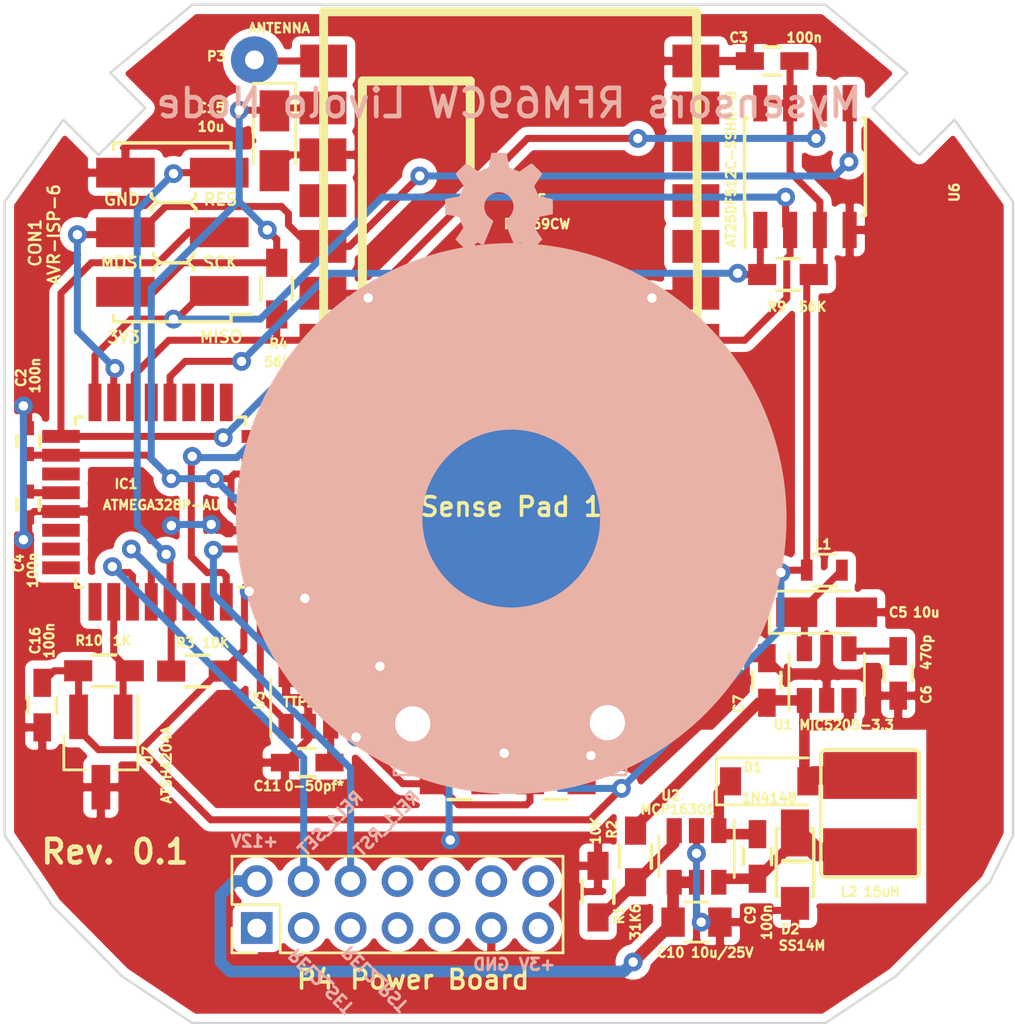
<source format=kicad_pcb>
(kicad_pcb (version 20170123) (host pcbnew no-vcs-found-6cefb68~58~ubuntu16.04.1)
  (layers (0 F.Cu signal) (31 B.Cu signal) (34 B.Paste user) (35 F.Paste user) (36 B.SilkS user) (37 F.SilkS user) (38 B.Mask user) (39 F.Mask user) (44 Edge.Cuts user))
  (net 0 "")
  (net 1 +3V3)
  (net 2 GND)
  (net 3 "Net-(C4-Pad2)")
  (net 4 "Net-(C6-Pad1)")
  (net 5 "Net-(C7-Pad1)")
  (net 6 /RESET)
  (net 7 "Net-(C9-Pad2)")
  (net 8 "Net-(C9-Pad1)")
  (net 9 /12Vcc)
  (net 10 "Net-(C11-Pad1)")
  (net 11 /MISO)
  (net 12 /SCK)
  (net 13 /MOSI)
  (net 14 "Net-(D5-Pad1)")
  (net 15 "Net-(D6-Pad2)")
  (net 16 /INT)
  (net 17 /TS1)
  (net 18 /S1_LEDs)
  (net 19 "Net-(P3-Pad1)")
  (net 20 "Net-(R1-Pad1)")
  (net 21 /Relay1_Reset)
  (net 22 /Relay1_Set)
  (net 23 /ATSHA204A)
  (net 24 /RADIO_SS)
  (net 25 /FLASH_SS)
  (net 26 "Net-(C5-Pad1)")
  (module Resistors_SMD:R_0603_HandSoldering (layer F.Cu) (at 129.1 98.6 180)
    (fp_text reference R3 (at 0.5 1.2) (layer F.SilkS) (effects (font (size 0.4 0.4) (thickness 0.1))))
    (fp_text value 10K (at -0.8 1.2 180) (layer F.SilkS) (effects (font (size 0.4 0.4) (thickness 0.1))))
    (pad 1 smd rect (at -1.1 0 180) (size 1.2 0.9) (layers F.Cu F.Paste F.Mask) (net 1 +3V3))
    (pad 2 smd rect (at 1.1 0 180) (size 1.2 0.9) (layers F.Cu F.Paste F.Mask) (net 6 /RESET))
  )
  (module myfootprints:Livolo_EU_SW_1_Channel_1Way_Frame_VL-C702X-2_Ver_C1 (layer B.Cu) (at 142.3 92 180)
    (fp_text reference REF** hide)
    (fp_text value Livolo_EU_SW_2Ways_Frame_VL-C702X-2_Ver_C1 hide)
  )
  (module Capacitors_SMD:C_0805 (layer F.Cu) (at 150.4 109.3)
    (fp_text reference C10 (at -1.1 1.3) (layer F.SilkS) (effects (font (size 0.4 0.4) (thickness 0.1))))
    (fp_text value 10u/25V (at 1.1 1.3) (layer F.SilkS) (effects (font (size 0.4 0.4) (thickness 0.1))))
    (pad 1 smd rect (at -1 0) (size 1 1.25) (layers F.Cu F.Paste F.Mask) (net 9 /12Vcc))
    (pad 2 smd rect (at 1 0) (size 1 1.25) (layers F.Cu F.Paste F.Mask) (net 2 GND))
  )
  (module myfootprints:VLCF4020T-150MR68 (layer F.Cu) (at 157.8 104.8)
    (fp_text reference L2 (at -0.9 3.2 -180) (layer F.SilkS) (effects (font (size 0.4 0.4) (thickness 0.1))))
    (fp_text value 15uH (at 0.5 3.2 -180) (layer F.SilkS) (effects (font (size 0.4 0.4) (thickness 0.1))))
    (pad 1 smd rect (at 0 -1.75) (size 4 2) (layers F.Cu F.Paste F.Mask) (net 5 "Net-(C7-Pad1)"))
    (pad 2 smd rect (at 0 1.5) (size 4 2) (layers F.Cu F.Paste F.Mask) (net 7 "Net-(C9-Pad2)"))
  )
  (module myfootprints:SS14M (layer F.Cu) (at 154.6 107 270)
    (fp_text reference D2 (at 2.6 0.2) (layer F.SilkS) (effects (font (size 0.4 0.4) (thickness 0.1))))
    (fp_text value SS14M (at 3.3 -0.3) (layer F.SilkS) (effects (font (size 0.4 0.4) (thickness 0.1))))
    (pad 1 smd rect (at -1.5 0 270) (size 2 1.2) (layers F.Cu F.Paste F.Mask) (net 7 "Net-(C9-Pad2)"))
    (pad 2 smd rect (at 1.5 0 270) (size 1.4 1.2) (layers F.Cu F.Paste F.Mask) (net 2 GND))
  )
  (module Resistors_SMD:R_0603_HandSoldering (layer F.Cu) (at 146.2 108 270)
    (fp_text reference R2 (at -2.65 -0.6 270) (layer F.SilkS) (effects (font (size 0.4 0.4) (thickness 0.1))))
    (fp_text value 10K (at -2.6 0.1 270) (layer F.SilkS) (effects (font (size 0.4 0.4) (thickness 0.1))))
    (pad 2 smd rect (at 1.1 0 270) (size 1.2 0.9) (layers F.Cu F.Paste F.Mask) (net 20 "Net-(R1-Pad1)"))
    (pad 1 smd rect (at -1.1 0 270) (size 1.2 0.9) (layers F.Cu F.Paste F.Mask) (net 2 GND))
  )
  (module TO_SOT_Packages_SMD:SOT-23-6 (layer F.Cu) (at 150.4 106.5 270)
    (fp_text reference U2 (at -2.6 1.1) (layer F.SilkS) (effects (font (size 0.4 0.4) (thickness 0.1))))
    (fp_text value MCP16301 (at -2 0.8 180) (layer F.SilkS) (effects (font (size 0.4 0.4) (thickness 0.1))))
    (pad 5 smd rect (at 1.1 0 270) (size 1.06 0.65) (layers F.Cu F.Paste F.Mask) (net 9 /12Vcc))
    (pad 6 smd rect (at 1.1 -0.95 270) (size 1.06 0.65) (layers F.Cu F.Paste F.Mask) (net 7 "Net-(C9-Pad2)"))
    (pad 4 smd rect (at 1.1 0.95 270) (size 1.06 0.65) (layers F.Cu F.Paste F.Mask) (net 9 /12Vcc))
    (pad 3 smd rect (at -1.1 0.95 270) (size 1.06 0.65) (layers F.Cu F.Paste F.Mask) (net 20 "Net-(R1-Pad1)"))
    (pad 2 smd rect (at -1.1 0 270) (size 1.06 0.65) (layers F.Cu F.Paste F.Mask) (net 2 GND))
    (pad 1 smd rect (at -1.1 -0.95 270) (size 1.06 0.65) (layers F.Cu F.Paste F.Mask) (net 8 "Net-(C9-Pad1)"))
  )
  (module myfootprints:AVR_ISP_SMT_Small_02x03 (layer F.Cu) (at 128.05 79.9 90)
    (fp_text reference CON1 (at -0.45 -5.85 90) (layer F.SilkS) (effects (font (size 0.5 0.5) (thickness 0.1))))
    (fp_text value AVR-ISP-6 (at -0.1 -5.05 270) (layer F.SilkS) (effects (font (size 0.5 0.5) (thickness 0.1))))
    (pad 2 smd rect (at -2.54 -2 90) (size 1.27 2.5) (layers F.Cu F.Paste F.Mask) (net 1 +3V3))
    (pad 4 smd rect (at 0 -2 90) (size 1.27 2.5) (layers F.Cu F.Paste F.Mask) (net 13 /MOSI))
    (pad 6 smd rect (at 2.54 -2 90) (size 1.27 2.5) (layers F.Cu F.Paste F.Mask) (net 2 GND))
    (pad 5 smd rect (at 2.54 2 90) (size 1.27 2.5) (layers F.Cu F.Paste F.Mask) (net 6 /RESET))
    (pad 3 smd rect (at 0 2 90) (size 1.27 2.5) (layers F.Cu F.Paste F.Mask) (net 12 /SCK))
    (pad 1 smd rect (at -2.5 2 90) (size 1.27 2.5) (layers F.Cu F.Paste F.Mask) (net 11 /MISO))
  )
  (module Capacitors_Tantalum_SMD:CP_Tantalum_Case-R_EIA-2012-12_Wave (layer F.Cu) (at 155.95 96.092)
    (fp_text reference C5 (at 3.05 0.008) (layer F.SilkS) (effects (font (size 0.4 0.4) (thickness 0.1))))
    (fp_text value 10u (at 4.25 0.008) (layer F.SilkS) (effects (font (size 0.4 0.4) (thickness 0.1))))
    (pad 1 smd rect (at -1.275 0) (size 1.75 1.26) (layers F.Cu F.Paste F.Mask) (net 26 "Net-(C5-Pad1)"))
    (pad 2 smd rect (at 1.275 0) (size 1.75 1.26) (layers F.Cu F.Paste F.Mask) (net 2 GND))
  )
  (module myfootprints:touch_pad_16mm (layer F.Cu) (at 142.5 92.1)
    (fp_text reference P1 hide)
    (fp_text value "Sense Pad 1" (at 0 -0.5) (layer F.SilkS) (effects (font (size 0.8 0.8))))
    (pad 1 smd circle (at 0 0) (size 15.5 15.5) (layers B.Cu) (net 10 "Net-(C11-Pad1)"))
  )
  (module Resistors_SMD:R_0603_HandSoldering (layer F.Cu) (at 125.134 98.588)
    (fp_text reference R10 (at -0.634 -1.288) (layer F.SilkS) (effects (font (size 0.4 0.4) (thickness 0.1))))
    (fp_text value 1K (at 0.766 -1.288) (layer F.SilkS) (effects (font (size 0.4 0.4) (thickness 0.1))))
    (pad 1 smd rect (at -1.1 0) (size 1.2 0.9) (layers F.Cu F.Paste F.Mask) (net 1 +3V3))
    (pad 2 smd rect (at 1.1 0) (size 1.2 0.9) (layers F.Cu F.Paste F.Mask) (net 23 /ATSHA204A))
  )
  (module Symbols:OSHW-Logo2_7.3x6mm_SilkScreen (layer B.Cu) (at 141.975 79.275 180)
    (fp_text reference REF*** hide)
    (fp_text value OSHW-Logo2_7.3x6mm_SilkScreen hide)
  )
  (module Capacitors_SMD:C_0603_HandSoldering (layer F.Cu) (at 153.625 72.6)
    (fp_text reference C3 (at -1.425 -1 180) (layer F.SilkS) (effects (font (size 0.4 0.4) (thickness 0.1))))
    (fp_text value 100n (at 1.375 -1 180) (layer F.SilkS) (effects (font (size 0.4 0.4) (thickness 0.1))))
    (pad 1 smd rect (at -0.95 0) (size 1.2 0.75) (layers F.Cu F.Paste F.Mask) (net 2 GND))
    (pad 2 smd rect (at 0.95 0) (size 1.2 0.75) (layers F.Cu F.Paste F.Mask) (net 1 +3V3))
  )
  (module myfootprints:hole_1.5mm (layer F.Cu) (at 138.3 100.85)
    (fp_text reference REF** hide)
    (fp_text value hole_1.5mm hide)
    (pad "" np_thru_hole circle (at 0 0) (size 1.5 1.5) (drill 1.5) (layers *.Cu *.Mask))
  )
  (module myfootprints:hole_1.5mm (layer F.Cu) (at 146.6 100.8)
    (fp_text reference REF** hide)
    (fp_text value hole_1.5mm hide)
    (pad "" np_thru_hole circle (at 0 0) (size 1.5 1.5) (drill 1.5) (layers *.Cu *.Mask))
  )
  (module Capacitors_SMD:C_0402 (layer F.Cu) (at 121.9 91.5 90)
    (fp_text reference C4 (at -2.5 -0.4 270) (layer F.SilkS) (effects (font (size 0.4 0.4) (thickness 0.1))))
    (fp_text value 100n (at -2.8 0.2 270) (layer F.SilkS) (effects (font (size 0.4 0.4) (thickness 0.1))))
    (pad 1 smd rect (at -0.55 0 90) (size 0.6 0.5) (layers F.Cu F.Paste F.Mask) (net 2 GND))
    (pad 2 smd rect (at 0.55 0 90) (size 0.6 0.5) (layers F.Cu F.Paste F.Mask) (net 3 "Net-(C4-Pad2)"))
  )
  (module Capacitors_SMD:C_0402 (layer F.Cu) (at 121.9 88.8 270)
    (fp_text reference C2 (at -2.7 0.3 270) (layer F.SilkS) (effects (font (size 0.4 0.4) (thickness 0.1))))
    (fp_text value 100n (at -2.8 -0.3 270) (layer F.SilkS) (effects (font (size 0.4 0.4) (thickness 0.1))))
    (pad 1 smd rect (at -0.55 0 270) (size 0.6 0.5) (layers F.Cu F.Paste F.Mask) (net 2 GND))
    (pad 2 smd rect (at 0.55 0 270) (size 0.6 0.5) (layers F.Cu F.Paste F.Mask) (net 1 +3V3))
  )
  (module Capacitors_SMD:C_0402 (layer F.Cu) (at 133.4 90.6 270)
    (fp_text reference C1 (at -1.7 0.3 270) (layer F.SilkS) (effects (font (size 0.4 0.4) (thickness 0.1))))
    (fp_text value 100n (at -2.1 -0.3 270) (layer F.SilkS) (effects (font (size 0.4 0.4) (thickness 0.1))))
    (pad 1 smd rect (at -0.55 0 270) (size 0.6 0.5) (layers F.Cu F.Paste F.Mask) (net 1 +3V3))
    (pad 2 smd rect (at 0.55 0 270) (size 0.6 0.5) (layers F.Cu F.Paste F.Mask) (net 2 GND))
  )
  (module Capacitors_SMD:C_0603_HandSoldering (layer F.Cu) (at 153.4 99 90)
    (fp_text reference C7 (at -1 -1.2 90) (layer F.SilkS) (effects (font (size 0.4 0.4) (thickness 0.1))))
    (fp_text value 22u (at 1 -1.2 270) (layer F.SilkS) (effects (font (size 0.4 0.4) (thickness 0.1))))
    (pad 1 smd rect (at -0.95 0 90) (size 1.2 0.75) (layers F.Cu F.Paste F.Mask) (net 5 "Net-(C7-Pad1)"))
    (pad 2 smd rect (at 0.95 0 90) (size 1.2 0.75) (layers F.Cu F.Paste F.Mask) (net 2 GND))
  )
  (module Capacitors_SMD:C_0603_HandSoldering (layer F.Cu) (at 159 98.7 270)
    (fp_text reference C6 (at 0.9 -1.2 270) (layer F.SilkS) (effects (font (size 0.4 0.4) (thickness 0.1))))
    (fp_text value 470p (at -0.9 -1.2 270) (layer F.SilkS) (effects (font (size 0.4 0.4) (thickness 0.1))))
    (pad 2 smd rect (at 0.95 0 270) (size 1.2 0.75) (layers F.Cu F.Paste F.Mask) (net 2 GND))
    (pad 1 smd rect (at -0.95 0 270) (size 1.2 0.75) (layers F.Cu F.Paste F.Mask) (net 4 "Net-(C6-Pad1)"))
  )
  (module Capacitors_SMD:C_0603_HandSoldering (layer F.Cu) (at 153 106.5 270)
    (fp_text reference C9 (at 2.5 0.3 270) (layer F.SilkS) (effects (font (size 0.4 0.4) (thickness 0.1))))
    (fp_text value 100n (at 2.8 -0.4 90) (layer F.SilkS) (effects (font (size 0.4 0.4) (thickness 0.1))))
    (pad 2 smd rect (at 0.95 0 270) (size 1.2 0.75) (layers F.Cu F.Paste F.Mask) (net 7 "Net-(C9-Pad2)"))
    (pad 1 smd rect (at -0.95 0 270) (size 1.2 0.75) (layers F.Cu F.Paste F.Mask) (net 8 "Net-(C9-Pad1)"))
  )
  (module Capacitors_SMD:C_0603_HandSoldering (layer F.Cu) (at 133.8 102.5 180)
    (fp_text reference C11 (at 1.7 -1 180) (layer F.SilkS) (effects (font (size 0.4 0.4) (thickness 0.1))))
    (fp_text value 0-50pf* (at -0.3 -1 180) (layer F.SilkS) (effects (font (size 0.4 0.4) (thickness 0.1))))
    (pad 1 smd rect (at -0.95 0 180) (size 1.2 0.75) (layers F.Cu F.Paste F.Mask) (net 10 "Net-(C11-Pad1)"))
    (pad 2 smd rect (at 0.95 0 180) (size 1.2 0.75) (layers F.Cu F.Paste F.Mask) (net 2 GND))
  )
  (module Capacitors_SMD:C_0603_HandSoldering (layer F.Cu) (at 133.8 97.2 180)
    (fp_text reference C13 (at 1.1 1 180) (layer F.SilkS) (effects (font (size 0.4 0.4) (thickness 0.1))))
    (fp_text value 100n (at -1.2 1 180) (layer F.SilkS) (effects (font (size 0.4 0.4) (thickness 0.1))))
    (pad 2 smd rect (at 0.95 0 180) (size 1.2 0.75) (layers F.Cu F.Paste F.Mask) (net 2 GND))
    (pad 1 smd rect (at -0.95 0 180) (size 1.2 0.75) (layers F.Cu F.Paste F.Mask) (net 1 +3V3))
  )
  (module Diodes_SMD:SOD-123 (layer F.Cu) (at 153.5 103.3)
    (fp_text reference D1 (at -0.7 -0.6 180) (layer F.SilkS) (effects (font (size 0.4 0.4) (thickness 0.1))))
    (fp_text value 1N4148 (at 0 0.7) (layer F.SilkS) (effects (font (size 0.4 0.4) (thickness 0.1))))
    (pad 2 smd rect (at 1.65 0) (size 0.9 1.2) (layers F.Cu F.Paste F.Mask) (net 5 "Net-(C7-Pad1)"))
    (pad 1 smd rect (at -1.65 0) (size 0.9 1.2) (layers F.Cu F.Paste F.Mask) (net 8 "Net-(C9-Pad1)"))
  )
  (module Diodes_SMD:D_0603 (layer B.Cu) (at 144.05 102.15 180)
    (fp_text reference D5 (at -0.85 1.05 180) (layer B.SilkS) (effects (font (size 0.4 0.4) (thickness 0.1)) (justify mirror)))
    (fp_text value Red (at 0.65 1.05 180) (layer B.SilkS) (effects (font (size 0.4 0.4) (thickness 0.1)) (justify mirror)))
    (pad 1 smd rect (at -0.85 0 180) (size 0.6 0.8) (layers B.Cu B.Paste B.Mask) (net 14 "Net-(D5-Pad1)"))
    (pad 2 smd rect (at 0.85 0 180) (size 0.6 0.8) (layers B.Cu B.Paste B.Mask) (net 1 +3V3))
  )
  (module Diodes_SMD:D_0603 (layer B.Cu) (at 140.7 102.15)
    (fp_text reference D6 (at 1 -1.05) (layer B.SilkS) (effects (font (size 0.4 0.4) (thickness 0.1)) (justify mirror)))
    (fp_text value Blue (at -0.6 -1.05) (layer B.SilkS) (effects (font (size 0.4 0.4) (thickness 0.1)) (justify mirror)))
    (pad 2 smd rect (at 0.85 0) (size 0.6 0.8) (layers B.Cu B.Paste B.Mask) (net 15 "Net-(D6-Pad2)"))
    (pad 1 smd rect (at -0.85 0) (size 0.6 0.8) (layers B.Cu B.Paste B.Mask) (net 2 GND))
  )
  (module Housings_QFP:TQFP-32_7x7mm_Pitch0.8mm (layer F.Cu) (at 127.55 91.4 180)
    (fp_text reference IC1 (at 1.475 0.775) (layer F.SilkS) (effects (font (size 0.4 0.4) (thickness 0.1))))
    (fp_text value ATMEGA328P-AU (at -0.05 -0.125) (layer F.SilkS) (effects (font (size 0.4 0.4) (thickness 0.1))))
    (pad 32 smd rect (at -2.8 -4.25 270) (size 1.6 0.55) (layers F.Cu F.Paste F.Mask) (net 16 /INT))
    (pad 31 smd rect (at -2 -4.25 270) (size 1.6 0.55) (layers F.Cu F.Paste F.Mask))
    (pad 30 smd rect (at -1.2 -4.25 270) (size 1.6 0.55) (layers F.Cu F.Paste F.Mask))
    (pad 29 smd rect (at -0.4 -4.25 270) (size 1.6 0.55) (layers F.Cu F.Paste F.Mask) (net 6 /RESET))
    (pad 28 smd rect (at 0.4 -4.25 270) (size 1.6 0.55) (layers F.Cu F.Paste F.Mask) (net 21 /Relay1_Reset))
    (pad 27 smd rect (at 1.2 -4.25 270) (size 1.6 0.55) (layers F.Cu F.Paste F.Mask) (net 22 /Relay1_Set))
    (pad 26 smd rect (at 2 -4.25 270) (size 1.6 0.55) (layers F.Cu F.Paste F.Mask) (net 23 /ATSHA204A))
    (pad 25 smd rect (at 2.8 -4.25 270) (size 1.6 0.55) (layers F.Cu F.Paste F.Mask))
    (pad 24 smd rect (at 4.25 -2.8 180) (size 1.6 0.55) (layers F.Cu F.Paste F.Mask))
    (pad 23 smd rect (at 4.25 -2 180) (size 1.6 0.55) (layers F.Cu F.Paste F.Mask))
    (pad 22 smd rect (at 4.25 -1.2 180) (size 1.6 0.55) (layers F.Cu F.Paste F.Mask))
    (pad 21 smd rect (at 4.25 -0.4 180) (size 1.6 0.55) (layers F.Cu F.Paste F.Mask) (net 2 GND))
    (pad 20 smd rect (at 4.25 0.4 180) (size 1.6 0.55) (layers F.Cu F.Paste F.Mask) (net 3 "Net-(C4-Pad2)"))
    (pad 19 smd rect (at 4.25 1.2 180) (size 1.6 0.55) (layers F.Cu F.Paste F.Mask))
    (pad 18 smd rect (at 4.25 2 180) (size 1.6 0.55) (layers F.Cu F.Paste F.Mask) (net 1 +3V3))
    (pad 17 smd rect (at 4.25 2.8 180) (size 1.6 0.55) (layers F.Cu F.Paste F.Mask) (net 12 /SCK))
    (pad 16 smd rect (at 2.8 4.25 270) (size 1.6 0.55) (layers F.Cu F.Paste F.Mask) (net 11 /MISO))
    (pad 15 smd rect (at 2 4.25 270) (size 1.6 0.55) (layers F.Cu F.Paste F.Mask) (net 13 /MOSI))
    (pad 14 smd rect (at 1.2 4.25 270) (size 1.6 0.55) (layers F.Cu F.Paste F.Mask) (net 24 /RADIO_SS))
    (pad 13 smd rect (at 0.4 4.25 270) (size 1.6 0.55) (layers F.Cu F.Paste F.Mask))
    (pad 12 smd rect (at -0.4 4.25 270) (size 1.6 0.55) (layers F.Cu F.Paste F.Mask) (net 25 /FLASH_SS))
    (pad 11 smd rect (at -1.2 4.25 270) (size 1.6 0.55) (layers F.Cu F.Paste F.Mask))
    (pad 10 smd rect (at -2 4.25 270) (size 1.6 0.55) (layers F.Cu F.Paste F.Mask))
    (pad 9 smd rect (at -2.8 4.25 270) (size 1.6 0.55) (layers F.Cu F.Paste F.Mask))
    (pad 8 smd rect (at -4.25 2.8 180) (size 1.6 0.55) (layers F.Cu F.Paste F.Mask))
    (pad 7 smd rect (at -4.25 2 180) (size 1.6 0.55) (layers F.Cu F.Paste F.Mask))
    (pad 6 smd rect (at -4.25 1.2 180) (size 1.6 0.55) (layers F.Cu F.Paste F.Mask) (net 1 +3V3))
    (pad 5 smd rect (at -4.25 0.4 180) (size 1.6 0.55) (layers F.Cu F.Paste F.Mask) (net 2 GND))
    (pad 4 smd rect (at -4.25 -0.4 180) (size 1.6 0.55) (layers F.Cu F.Paste F.Mask) (net 1 +3V3))
    (pad 3 smd rect (at -4.25 -1.2 180) (size 1.6 0.55) (layers F.Cu F.Paste F.Mask) (net 2 GND))
    (pad 2 smd rect (at -4.25 -2 180) (size 1.6 0.55) (layers F.Cu F.Paste F.Mask) (net 18 /S1_LEDs))
    (pad 1 smd rect (at -4.25 -2.8 180) (size 1.6 0.55) (layers F.Cu F.Paste F.Mask) (net 17 /TS1))
  )
  (module Wire_Pads:SolderWirePad_single_0-8mmDrill (layer F.Cu) (at 131.55 72.55)
    (fp_text reference P3 (at -1.625 -0.15) (layer F.SilkS) (effects (font (size 0.4 0.4) (thickness 0.1))))
    (fp_text value ANTENNA (at 1.05 -1.35) (layer F.SilkS) (effects (font (size 0.4 0.4) (thickness 0.1))))
    (pad 1 thru_hole circle (at 0 0) (size 1.99898 1.99898) (drill 0.8001) (layers *.Cu *.Mask) (net 19 "Net-(P3-Pad1)"))
  )
  (module Resistors_SMD:R_0603_HandSoldering (layer F.Cu) (at 147.8 106.5 90)
    (fp_text reference R1 (at -2.5 -0.7 90) (layer F.SilkS) (effects (font (size 0.4 0.4) (thickness 0.1))))
    (fp_text value 31K6 (at -2.8 0 90) (layer F.SilkS) (effects (font (size 0.4 0.4) (thickness 0.1))))
    (pad 1 smd rect (at -1.1 0 90) (size 1.2 0.9) (layers F.Cu F.Paste F.Mask) (net 20 "Net-(R1-Pad1)"))
    (pad 2 smd rect (at 1.1 0 90) (size 1.2 0.9) (layers F.Cu F.Paste F.Mask) (net 5 "Net-(C7-Pad1)"))
  )
  (module Resistors_SMD:R_0603_HandSoldering (layer F.Cu) (at 132.5 82.3 90)
    (fp_text reference R4 (at -2.35 0.075 180) (layer F.SilkS) (effects (font (size 0.4 0.4) (thickness 0.1))))
    (fp_text value 56K (at -3.125 0.05 180) (layer F.SilkS) (effects (font (size 0.4 0.4) (thickness 0.1))))
    (pad 2 smd rect (at 1.1 0 90) (size 1.2 0.9) (layers F.Cu F.Paste F.Mask) (net 1 +3V3))
    (pad 1 smd rect (at -1.1 0 90) (size 1.2 0.9) (layers F.Cu F.Paste F.Mask) (net 24 /RADIO_SS))
  )
  (module Resistors_SMD:R_0603_HandSoldering (layer F.Cu) (at 140.3 103.4 180)
    (fp_text reference R5 (at 1.3 1.2 180) (layer F.SilkS) (effects (font (size 0.4 0.4) (thickness 0.1))))
    (fp_text value 1K* (at 0 1.2 180) (layer F.SilkS) (effects (font (size 0.4 0.4) (thickness 0.1))))
    (pad 1 smd rect (at -1.1 0 180) (size 1.2 0.9) (layers F.Cu F.Paste F.Mask) (net 15 "Net-(D6-Pad2)"))
    (pad 2 smd rect (at 1.1 0 180) (size 1.2 0.9) (layers F.Cu F.Paste F.Mask) (net 18 /S1_LEDs))
  )
  (module Resistors_SMD:R_0603_HandSoldering (layer F.Cu) (at 144.4 103.4 180)
    (fp_text reference R6 (at 1.2 1.2) (layer F.SilkS) (effects (font (size 0.4 0.4) (thickness 0.1))))
    (fp_text value 1K* (at -0.1 1.2) (layer F.SilkS) (effects (font (size 0.4 0.4) (thickness 0.1))))
    (pad 2 smd rect (at 1.1 0 180) (size 1.2 0.9) (layers F.Cu F.Paste F.Mask) (net 18 /S1_LEDs))
    (pad 1 smd rect (at -1.1 0 180) (size 1.2 0.9) (layers F.Cu F.Paste F.Mask) (net 14 "Net-(D5-Pad1)"))
  )
  (module TO_SOT_Packages_SMD:SOT-23-5 (layer F.Cu) (at 155.95 98.75 90)
    (fp_text reference U1 (at -2.15 -1.85 180) (layer F.SilkS) (effects (font (size 0.4 0.4) (thickness 0.1))))
    (fp_text value MIC5205-3.3 (at -2.15 0.85 180) (layer F.SilkS) (effects (font (size 0.4 0.4) (thickness 0.1))))
    (pad 5 smd rect (at 1.1 -0.95 90) (size 1.06 0.65) (layers F.Cu F.Paste F.Mask) (net 26 "Net-(C5-Pad1)"))
    (pad 4 smd rect (at 1.1 0.95 90) (size 1.06 0.65) (layers F.Cu F.Paste F.Mask) (net 4 "Net-(C6-Pad1)"))
    (pad 3 smd rect (at -1.1 0.95 90) (size 1.06 0.65) (layers F.Cu F.Paste F.Mask) (net 5 "Net-(C7-Pad1)"))
    (pad 2 smd rect (at -1.1 0 90) (size 1.06 0.65) (layers F.Cu F.Paste F.Mask) (net 2 GND))
    (pad 1 smd rect (at -1.1 -0.95 90) (size 1.06 0.65) (layers F.Cu F.Paste F.Mask) (net 5 "Net-(C7-Pad1)"))
  )
  (module TO_SOT_Packages_SMD:SOT-23-6 (layer F.Cu) (at 133.85 99.85 90)
    (fp_text reference U3 (at 0 -2.1 270) (layer F.SilkS) (effects (font (size 0.4 0.4) (thickness 0.1))))
    (fp_text value TTP223 (at -0.075 0) (layer F.SilkS) (effects (font (size 0.4 0.4) (thickness 0.1))))
    (pad 5 smd rect (at 1.1 0 90) (size 1.06 0.65) (layers F.Cu F.Paste F.Mask) (net 1 +3V3))
    (pad 6 smd rect (at 1.1 -0.95 90) (size 1.06 0.65) (layers F.Cu F.Paste F.Mask) (net 2 GND))
    (pad 4 smd rect (at 1.1 0.95 90) (size 1.06 0.65) (layers F.Cu F.Paste F.Mask) (net 1 +3V3))
    (pad 3 smd rect (at -1.1 0.95 90) (size 1.06 0.65) (layers F.Cu F.Paste F.Mask) (net 10 "Net-(C11-Pad1)"))
    (pad 2 smd rect (at -1.1 0 90) (size 1.06 0.65) (layers F.Cu F.Paste F.Mask) (net 2 GND))
    (pad 1 smd rect (at -1.1 -0.95 90) (size 1.06 0.65) (layers F.Cu F.Paste F.Mask) (net 17 /TS1))
  )
  (module myfootprints:RFM69CW (layer F.Cu) (at 142.45 78.55)
    (fp_text reference U5 (at 1.15 -0.05) (layer F.SilkS) (effects (font (size 0.4 0.4) (thickness 0.1))))
    (fp_text value RFM69CW (at 1.15 1) (layer F.SilkS) (effects (font (size 0.4 0.4) (thickness 0.1))))
    (pad 1 smd rect (at -7.9502 -5.95122) (size 1.99898 1.39954) (layers F.Cu F.Paste F.Mask) (net 19 "Net-(P3-Pad1)"))
    (pad 2 smd rect (at -7.97814 -3.9497) (size 1.99898 1.39954) (layers F.Cu F.Paste F.Mask) (net 1 +3V3))
    (pad 3 smd rect (at -7.97814 -1.95072) (size 1.99898 1.39954) (layers F.Cu F.Paste F.Mask) (net 2 GND))
    (pad 4 smd rect (at -7.97814 0) (size 1.99898 1.39954) (layers F.Cu F.Paste F.Mask))
    (pad 5 smd rect (at -7.97814 1.95072) (size 1.99898 1.39954) (layers F.Cu F.Paste F.Mask) (net 13 /MOSI))
    (pad 6 smd rect (at -7.97814 3.9497) (size 1.99898 1.39954) (layers F.Cu F.Paste F.Mask) (net 12 /SCK))
    (pad 7 smd rect (at -7.97814 5.95122) (size 1.99898 1.39954) (layers F.Cu F.Paste F.Mask) (net 24 /RADIO_SS))
    (pad 8 smd rect (at 7.92226 5.95122) (size 1.99898 1.39954) (layers F.Cu F.Paste F.Mask) (net 11 /MISO))
    (pad 9 smd rect (at 7.92226 3.9497) (size 1.99898 1.39954) (layers F.Cu F.Paste F.Mask) (net 16 /INT))
    (pad 10 smd rect (at 7.92226 1.95072) (size 1.99898 1.39954) (layers F.Cu F.Paste F.Mask))
    (pad 11 smd rect (at 7.92226 0) (size 1.99898 1.39954) (layers F.Cu F.Paste F.Mask))
    (pad 12 smd rect (at 7.92226 -1.95072) (size 1.99898 1.39954) (layers F.Cu F.Paste F.Mask))
    (pad 13 smd rect (at 7.92226 -3.9497) (size 1.99898 1.39954) (layers F.Cu F.Paste F.Mask))
    (pad 14 smd rect (at 7.92226 -5.95122) (size 1.99898 1.39954) (layers F.Cu F.Paste F.Mask) (net 2 GND))
  )
  (module Capacitors_SMD:C_0603_HandSoldering (layer F.Cu) (at 122.5 100.05 90)
    (fp_text reference C16 (at 2.75 -0.3 90) (layer F.SilkS) (effects (font (size 0.4 0.4) (thickness 0.1))))
    (fp_text value 100n (at 2.75 0.3 90) (layer F.SilkS) (effects (font (size 0.4 0.4) (thickness 0.1))))
    (pad 2 smd rect (at 0.95 0 90) (size 1.2 0.75) (layers F.Cu F.Paste F.Mask) (net 1 +3V3))
    (pad 1 smd rect (at -0.95 0 90) (size 1.2 0.75) (layers F.Cu F.Paste F.Mask) (net 2 GND))
  )
  (module Resistors_SMD:R_0603_HandSoldering (layer F.Cu) (at 154.3 81.7 180)
    (fp_text reference R9 (at 0.475 -1.375 180) (layer F.SilkS) (effects (font (size 0.4 0.4) (thickness 0.1))))
    (fp_text value 56K (at -1.05 -1.375 180) (layer F.SilkS) (effects (font (size 0.4 0.4) (thickness 0.1))))
    (pad 2 smd rect (at 1.1 0 180) (size 1.2 0.9) (layers F.Cu F.Paste F.Mask) (net 25 /FLASH_SS))
    (pad 1 smd rect (at -1.1 0 180) (size 1.2 0.9) (layers F.Cu F.Paste F.Mask) (net 1 +3V3))
  )
  (module Housings_SOIC:SOIC-8_3.9x4.9mm_Pitch1.27mm (layer F.Cu) (at 155.025 77.1 90)
    (fp_text reference U6 (at -1.1 6.375 270) (layer F.SilkS) (effects (font (size 0.4 0.4) (thickness 0.1))))
    (fp_text value AT25DF512C-SSHN-B (at -0.1 -3.15 90) (layer F.SilkS) (effects (font (size 0.4 0.4) (thickness 0.1))))
    (pad 8 smd rect (at 2.7 -1.905 90) (size 1.55 0.6) (layers F.Cu F.Paste F.Mask) (net 1 +3V3))
    (pad 7 smd rect (at 2.7 -0.635 90) (size 1.55 0.6) (layers F.Cu F.Paste F.Mask) (net 1 +3V3))
    (pad 6 smd rect (at 2.7 0.635 90) (size 1.55 0.6) (layers F.Cu F.Paste F.Mask) (net 12 /SCK))
    (pad 5 smd rect (at 2.7 1.905 90) (size 1.55 0.6) (layers F.Cu F.Paste F.Mask) (net 13 /MOSI))
    (pad 4 smd rect (at -2.7 1.905 90) (size 1.55 0.6) (layers F.Cu F.Paste F.Mask) (net 2 GND))
    (pad 3 smd rect (at -2.7 0.635 90) (size 1.55 0.6) (layers F.Cu F.Paste F.Mask) (net 1 +3V3))
    (pad 2 smd rect (at -2.7 -0.635 90) (size 1.55 0.6) (layers F.Cu F.Paste F.Mask) (net 11 /MISO))
    (pad 1 smd rect (at -2.7 -1.905 90) (size 1.55 0.6) (layers F.Cu F.Paste F.Mask) (net 25 /FLASH_SS))
  )
  (module TO_SOT_Packages_SMD:SOT-23_Handsoldering (layer F.Cu) (at 125 102.05 270)
    (fp_text reference U7 (at 0.15 -2 270) (layer F.SilkS) (effects (font (size 0.4 0.4) (thickness 0.1))))
    (fp_text value ATSHA204A (at 0.55 -2.8 90) (layer F.SilkS) (effects (font (size 0.4 0.4) (thickness 0.1))))
    (pad 3 smd rect (at 1.5 0 270) (size 1.9 0.8) (layers F.Cu F.Paste F.Mask) (net 2 GND))
    (pad 2 smd rect (at -1.5 0.95 270) (size 1.9 0.8) (layers F.Cu F.Paste F.Mask) (net 1 +3V3))
    (pad 1 smd rect (at -1.5 -0.95 270) (size 1.9 0.8) (layers F.Cu F.Paste F.Mask) (net 23 /ATSHA204A))
  )
  (module Resistors_SMD:R_0603 (layer F.Cu) (at 155.85 94.3)
    (fp_text reference L1 (at -0.05 -1.1) (layer F.SilkS) (effects (font (size 0.4 0.4) (thickness 0.1))))
    (fp_text value BLM18HE152SN1D hide)
    (pad 2 smd rect (at 0.75 0) (size 0.5 0.9) (layers F.Cu F.Paste F.Mask) (net 26 "Net-(C5-Pad1)"))
    (pad 1 smd rect (at -0.75 0) (size 0.5 0.9) (layers F.Cu F.Paste F.Mask) (net 1 +3V3))
  )
  (module Capacitors_Tantalum_SMD:CP_Tantalum_Case-R_EIA-2012-12_Wave (layer F.Cu) (at 132.4 76 270)
    (fp_text reference C15 (at -1.4 2.7) (layer F.SilkS) (effects (font (size 0.4 0.4) (thickness 0.1))))
    (fp_text value 10u (at -0.6 2.7) (layer F.SilkS) (effects (font (size 0.4 0.4) (thickness 0.1))))
    (pad 2 smd rect (at 1.275 0 270) (size 1.75 1.26) (layers F.Cu F.Paste F.Mask) (net 2 GND))
    (pad 1 smd rect (at -1.275 0 270) (size 1.75 1.26) (layers F.Cu F.Paste F.Mask) (net 1 +3V3))
  )
  (module Pin_Headers:Pin_Header_Straight_2x07_Pitch2.00mm (layer F.Cu) (at 131.65 109.55 90)
    (fp_text reference P4 (at -2.2 2.5 180) (layer F.SilkS) (effects (font (size 0.8 0.8))))
    (fp_text value "Power Board" (at -2.2 7.8 180) (layer F.SilkS) (effects (font (size 0.8 0.8))))
    (pad 14 thru_hole oval (at 2 12 90) (size 1.35 1.35) (drill 0.8) (layers *.Cu *.Mask))
    (pad 13 thru_hole oval (at 0 12 90) (size 1.35 1.35) (drill 0.8) (layers *.Cu *.Mask))
    (pad 12 thru_hole oval (at 2 10 90) (size 1.35 1.35) (drill 0.8) (layers *.Cu *.Mask))
    (pad 11 thru_hole oval (at 0 10 90) (size 1.35 1.35) (drill 0.8) (layers *.Cu *.Mask) (net 2 GND))
    (pad 10 thru_hole oval (at 2 8 90) (size 1.35 1.35) (drill 0.8) (layers *.Cu *.Mask))
    (pad 9 thru_hole oval (at 0 8 90) (size 1.35 1.35) (drill 0.8) (layers *.Cu *.Mask))
    (pad 8 thru_hole oval (at 2 6 90) (size 1.35 1.35) (drill 0.8) (layers *.Cu *.Mask))
    (pad 7 thru_hole oval (at 0 6 90) (size 1.35 1.35) (drill 0.8) (layers *.Cu *.Mask))
    (pad 6 thru_hole oval (at 2 4 90) (size 1.35 1.35) (drill 0.8) (layers *.Cu *.Mask) (net 21 /Relay1_Reset))
    (pad 5 thru_hole oval (at 0 4 90) (size 1.35 1.35) (drill 0.8) (layers *.Cu *.Mask))
    (pad 4 thru_hole oval (at 2 2 90) (size 1.35 1.35) (drill 0.8) (layers *.Cu *.Mask) (net 22 /Relay1_Set))
    (pad 3 thru_hole oval (at 0 2 90) (size 1.35 1.35) (drill 0.8) (layers *.Cu *.Mask))
    (pad 2 thru_hole oval (at 2 0 90) (size 1.35 1.35) (drill 0.8) (layers *.Cu *.Mask) (net 9 /12Vcc))
    (pad 1 thru_hole rect (at 0 0 90) (size 1.35 1.35) (drill 0.8) (layers *.Cu *.Mask))
  )
  (gr_text +3V (at 143.6 111.1) (layer B.SilkS) (effects (font (size 0.5 0.5) (thickness 0.12)) (justify mirror)))
  (gr_line (start 158.90064 111.60234) (end 162.91 107.59) (layer Edge.Cuts) (width 0.1))
  (gr_line (start 157.89988 74.60216) (end 159.89886 76.60114) (layer Edge.Cuts) (width 0.1))
  (gr_line (start 125.89842 111.60234) (end 128.9007 113.60132) (layer Edge.Cuts) (width 0.1))
  (gr_line (start 163.89936 105.60032) (end 163.89936 78.60012) (layer Edge.Cuts) (width 0.1))
  (gr_line (start 126.89918 74.60216) (end 125.40058 73.10102) (layer Edge.Cuts) (width 0.1))
  (gr_line (start 155.9 70.2) (end 159.39848 73.10102) (layer Edge.Cuts) (width 0.1))
  (gr_line (start 162.91 107.59) (end 163.89936 105.60032) (layer Edge.Cuts) (width 0.1))
  (gr_line (start 120.8997 105.60032) (end 120.8997 78.60012) (layer Edge.Cuts) (width 0.1))
  (gr_line (start 123.39906 75.1) (end 124.9002 76.60114) (layer Edge.Cuts) (width 0.1))
  (gr_line (start 124.9002 76.60114) (end 126.89918 74.60216) (layer Edge.Cuts) (width 0.1))
  (gr_line (start 125.40058 73.10102) (end 128.9 70.2) (layer Edge.Cuts) (width 0.1))
  (gr_line (start 128.9 70.2) (end 155.89766 70.2) (layer Edge.Cuts) (width 0.1))
  (gr_line (start 159.89886 76.60114) (end 161.4 75.1) (layer Edge.Cuts) (width 0.1))
  (gr_line (start 122.94 108.61) (end 125.89842 111.60234) (layer Edge.Cuts) (width 0.1))
  (gr_line (start 155.89836 113.60132) (end 158.90064 111.60234) (layer Edge.Cuts) (width 0.1))
  (gr_line (start 128.9007 113.60132) (end 155.89836 113.60132) (layer Edge.Cuts) (width 0.1))
  (gr_line (start 120.8997 105.60032) (end 122.94 108.61) (layer Edge.Cuts) (width 0.1))
  (gr_line (start 159.39848 73.10102) (end 157.89988 74.60216) (layer Edge.Cuts) (width 0.1))
  (gr_line (start 120.8997 78.60012) (end 123.39906 75.1) (layer Edge.Cuts) (width 0.1))
  (gr_line (start 161.4 75.1) (end 163.89936 78.60012) (layer Edge.Cuts) (width 0.1))
  (gr_text REL1_SET (at 134.8 105.1 45) (layer B.SilkS) (effects (font (size 0.5 0.5) (thickness 0.12)) (justify mirror)))
  (gr_text REL1_RST (at 137.2 105.1 45) (layer B.SilkS) (effects (font (size 0.5 0.5) (thickness 0.12)) (justify mirror)))
  (gr_text REL2_RST (at 136.7 111.7 135) (layer B.SilkS) (effects (font (size 0.5 0.5) (thickness 0.12)) (justify mirror)))
  (gr_text REL2_SET (at 134.4 111.8 135) (layer B.SilkS) (effects (font (size 0.5 0.5) (thickness 0.12)) (justify mirror)))
  (gr_text "Rev. 0.1" (at 125.6 106.3) (layer F.SilkS) (effects (font (size 1 1) (thickness 0.2))))
  (gr_text RES (at 130.1 78.5) (layer F.SilkS) (effects (font (size 0.5 0.5) (thickness 0.1))))
  (gr_text SCK (at 130.1 81.2) (layer F.SilkS) (effects (font (size 0.5 0.5) (thickness 0.1))))
  (gr_text MISO (at 130.125 84.35) (layer F.SilkS) (effects (font (size 0.5 0.5) (thickness 0.1))))
  (gr_text GND (at 125.9 78.5) (layer F.SilkS) (effects (font (size 0.5 0.5) (thickness 0.1))))
  (gr_text MOSI (at 125.9 81.2) (layer F.SilkS) (effects (font (size 0.5 0.5) (thickness 0.1))))
  (gr_text 3V3 (at 125.975 84.375) (layer F.SilkS) (effects (font (size 0.5 0.5) (thickness 0.1))))
  (gr_text GND (at 141.65 111.1) (layer B.SilkS) (effects (font (size 0.5 0.5) (thickness 0.12)) (justify mirror)))
  (gr_text +12V (at 131.55 105.85) (layer B.SilkS) (effects (font (size 0.5 0.5) (thickness 0.12)) (justify mirror)))
  (gr_text "Mysensors RFM69CW Livolo Node" (at 142.4 74.4) (layer B.SilkS) (effects (font (size 1.2 1.2) (thickness 0.2)) (justify mirror)))
  (segment (start 144.55 103.6) (end 147.2 103.6) (width 0.3) (layer B.Cu) (net 1))
  (segment (start 143.2 102.25) (end 144.55 103.6) (width 0.3) (layer B.Cu) (net 1))
  (segment (start 145.86128 104.93872) (end 147.2 103.6) (width 0.3) (layer F.Cu) (net 1))
  (segment (start 129.688718 104.93872) (end 145.86128 104.93872) (width 0.3) (layer F.Cu) (net 1))
  (segment (start 154 96.8) (end 147.2 103.6) (width 0.3) (layer B.Cu) (net 1))
  (segment (start 154 94.4) (end 154 96.8) (width 0.3) (layer B.Cu) (net 1))
  (segment (start 143.2 102.15) (end 143.2 102.25) (width 0.3) (layer B.Cu) (net 1))
  (segment (start 126.699999 101.950001) (end 129.688718 104.93872) (width 0.3) (layer F.Cu) (net 1))
  (via (at 147.2 103.6) (size 0.8) (drill 0.4) (layers F.Cu B.Cu) (net 1))
  (segment (start 124.034 98.588) (end 123.012 98.588) (width 0.3) (layer F.Cu) (net 1))
  (segment (start 123.012 98.588) (end 122.5 99.1) (width 0.3) (layer F.Cu) (net 1))
  (segment (start 129.85001 90.4) (end 130.5 90.4) (width 0.3) (layer F.Cu) (net 1))
  (segment (start 130.5 90.4) (end 130.7 90.2) (width 0.3) (layer F.Cu) (net 1))
  (segment (start 132.1 79.8) (end 130.9 78.6) (width 0.3) (layer B.Cu) (net 1))
  (segment (start 130.9 78.6) (end 130.9 78.541998) (width 0.3) (layer B.Cu) (net 1))
  (segment (start 127.149998 82.292) (end 130.9 78.541998) (width 0.3) (layer B.Cu) (net 1))
  (segment (start 127.999989 90.4) (end 127.149998 89.550009) (width 0.3) (layer B.Cu) (net 1))
  (segment (start 127.149998 89.550009) (end 127.149998 82.292) (width 0.3) (layer B.Cu) (net 1))
  (segment (start 130.9 78.541998) (end 130.9 74.7) (width 0.3) (layer B.Cu) (net 1))
  (segment (start 132.5 81.2) (end 132.499999 80.199999) (width 0.3) (layer F.Cu) (net 1))
  (segment (start 132.499999 80.199999) (end 132.1 79.8) (width 0.3) (layer F.Cu) (net 1))
  (via (at 132.1 79.8) (size 0.8) (drill 0.4) (layers F.Cu B.Cu) (net 1))
  (segment (start 126.05 82.44) (end 127.26 82.44) (width 0.3) (layer F.Cu) (net 1))
  (segment (start 127.26 82.44) (end 128.5 81.2) (width 0.3) (layer F.Cu) (net 1))
  (segment (start 128.5 81.2) (end 132.5 81.2) (width 0.3) (layer F.Cu) (net 1))
  (segment (start 154.39 77.331998) (end 154.39 74.4) (width 0.3) (layer F.Cu) (net 1))
  (segment (start 155.66 78.601998) (end 154.39 77.331998) (width 0.3) (layer F.Cu) (net 1))
  (segment (start 155.66 79.8) (end 155.66 78.601998) (width 0.3) (layer F.Cu) (net 1))
  (segment (start 123.3 89.4) (end 121.95 89.4) (width 0.3) (layer F.Cu) (net 1))
  (segment (start 121.95 89.4) (end 121.9 89.35) (width 0.3) (layer F.Cu) (net 1))
  (segment (start 131.325001 95.20231) (end 131.325001 91.825001) (width 0.3) (layer B.Cu) (net 1))
  (segment (start 131.325001 91.825001) (end 130.7 91.2) (width 0.3) (layer B.Cu) (net 1))
  (segment (start 130.7 91.2) (end 130.65001 91.2) (width 0.3) (layer B.Cu) (net 1))
  (segment (start 130.65001 91.2) (end 129.85001 90.4) (width 0.3) (layer B.Cu) (net 1))
  (segment (start 130.2 98.6) (end 131.1 97.7) (width 0.3) (layer F.Cu) (net 1))
  (segment (start 131.1 97.7) (end 131.1 96.875002) (width 0.3) (layer F.Cu) (net 1))
  (segment (start 131.1 96.875002) (end 131.125001 96.850001) (width 0.3) (layer F.Cu) (net 1))
  (segment (start 131.125001 96.850001) (end 131.125001 95.40231) (width 0.3) (layer F.Cu) (net 1))
  (segment (start 131.125001 95.40231) (end 131.325001 95.20231) (width 0.3) (layer F.Cu) (net 1))
  (segment (start 155.1 94.3) (end 154.1 94.3) (width 0.3) (layer F.Cu) (net 1))
  (segment (start 154.1 94.3) (end 154 94.4) (width 0.3) (layer F.Cu) (net 1))
  (via (at 154 94.4) (size 0.8) (drill 0.4) (layers F.Cu B.Cu) (net 1))
  (segment (start 134.8 98.75) (end 133.85 98.75) (width 0.3) (layer F.Cu) (net 1))
  (segment (start 134.8 98.75) (end 134.8 97.25) (width 0.3) (layer F.Cu) (net 1))
  (segment (start 134.8 97.25) (end 134.75 97.2) (width 0.3) (layer F.Cu) (net 1))
  (segment (start 133.70001 95.5) (end 133.70001 96.15001) (width 0.3) (layer F.Cu) (net 1))
  (segment (start 133.70001 96.15001) (end 134.75 97.2) (width 0.3) (layer F.Cu) (net 1))
  (segment (start 133.40232 95.20231) (end 133.70001 95.5) (width 0.3) (layer B.Cu) (net 1))
  (via (at 131.325001 95.20231) (size 0.8) (drill 0.4) (layers F.Cu B.Cu) (net 1))
  (via (at 133.70001 95.5) (size 0.8) (drill 0.4) (layers F.Cu B.Cu) (net 1))
  (segment (start 131.325001 95.20231) (end 133.40232 95.20231) (width 0.3) (layer B.Cu) (net 1))
  (segment (start 130.9 74.7) (end 132.375 74.7) (width 0.3) (layer F.Cu) (net 1))
  (segment (start 132.375 74.7) (end 132.4 74.725) (width 0.3) (layer F.Cu) (net 1))
  (via (at 130.9 74.7) (size 0.8) (drill 0.4) (layers F.Cu B.Cu) (net 1))
  (segment (start 155.1 94.3) (end 155.1 82) (width 0.3) (layer F.Cu) (net 1))
  (segment (start 155.1 82) (end 155.4 81.7) (width 0.3) (layer F.Cu) (net 1))
  (segment (start 124.05 100.55) (end 124.05 101.1) (width 0.3) (layer F.Cu) (net 1))
  (segment (start 124.05 101.1) (end 124.900001 101.950001) (width 0.3) (layer F.Cu) (net 1))
  (segment (start 124.900001 101.950001) (end 126.699999 101.950001) (width 0.3) (layer F.Cu) (net 1))
  (segment (start 126.699999 101.950001) (end 130.05 98.6) (width 0.3) (layer F.Cu) (net 1))
  (segment (start 130.05 98.6) (end 130.2 98.6) (width 0.3) (layer F.Cu) (net 1))
  (via (at 129.85001 90.4) (size 0.8) (drill 0.4) (layers F.Cu B.Cu) (net 1))
  (segment (start 127.999989 90.4) (end 129.85001 90.4) (width 0.3) (layer B.Cu) (net 1))
  (segment (start 130.758002 91.8) (end 131.8 91.8) (width 0.3) (layer F.Cu) (net 1))
  (segment (start 130.549999 90.350001) (end 130.549999 91.591997) (width 0.3) (layer F.Cu) (net 1))
  (segment (start 130.549999 91.591997) (end 130.758002 91.8) (width 0.3) (layer F.Cu) (net 1))
  (via (at 127.999989 90.4) (size 0.8) (drill 0.4) (layers F.Cu B.Cu) (net 1))
  (segment (start 123.3 89.4) (end 126.999989 89.4) (width 0.3) (layer F.Cu) (net 1))
  (segment (start 126.999989 89.4) (end 127.999989 90.4) (width 0.3) (layer F.Cu) (net 1))
  (segment (start 131.8 90.2) (end 130.7 90.2) (width 0.3) (layer F.Cu) (net 1))
  (segment (start 130.7 90.2) (end 130.549999 90.350001) (width 0.3) (layer F.Cu) (net 1))
  (segment (start 124.05 100.55) (end 124.05 98.604) (width 0.3) (layer F.Cu) (net 1))
  (segment (start 124.05 98.604) (end 124.034 98.588) (width 0.3) (layer F.Cu) (net 1))
  (segment (start 131.8 91.8) (end 131.874999 91.874999) (width 0.3) (layer F.Cu) (net 1))
  (segment (start 155.66 79.8) (end 155.66 81.44) (width 0.3) (layer F.Cu) (net 1))
  (segment (start 155.66 81.44) (end 155.4 81.7) (width 0.3) (layer F.Cu) (net 1))
  (segment (start 154.39 74.4) (end 154.39 72.785) (width 0.3) (layer F.Cu) (net 1))
  (segment (start 154.39 72.785) (end 154.575 72.6) (width 0.3) (layer F.Cu) (net 1))
  (segment (start 153.12 74.4) (end 154.39 74.4) (width 0.3) (layer F.Cu) (net 1))
  (segment (start 133.4 90.05) (end 133.25 90.2) (width 0.3) (layer F.Cu) (net 1))
  (segment (start 133.25 90.2) (end 131.8 90.2) (width 0.3) (layer F.Cu) (net 1))
  (segment (start 134.47186 74.6003) (end 132.5247 74.6003) (width 0.3) (layer F.Cu) (net 1))
  (segment (start 132.5247 74.6003) (end 132.4 74.725) (width 0.3) (layer F.Cu) (net 1))
  (segment (start 139.85 102.15) (end 139.85 105.75) (width 0.3) (layer B.Cu) (net 2))
  (segment (start 139.85 105.75) (end 139.9 105.8) (width 0.3) (layer B.Cu) (net 2))
  (via (at 139.9 105.8) (size 0.8) (drill 0.4) (layers F.Cu B.Cu) (net 2))
  (segment (start 123.3 91.8) (end 122.15 91.8) (width 0.3) (layer F.Cu) (net 2))
  (segment (start 122.15 91.8) (end 121.9 92.05) (width 0.3) (layer F.Cu) (net 2))
  (segment (start 121.7 87.300004) (end 121.7 88.05) (width 0.3) (layer F.Cu) (net 2))
  (segment (start 121.7 88.05) (end 121.9 88.25) (width 0.3) (layer F.Cu) (net 2))
  (segment (start 121.700004 93) (end 121.700004 92.249996) (width 0.3) (layer F.Cu) (net 2))
  (segment (start 121.700004 92.249996) (end 121.9 92.05) (width 0.3) (layer F.Cu) (net 2))
  (segment (start 121.700004 87.300008) (end 121.7 87.300004) (width 0.3) (layer B.Cu) (net 2))
  (segment (start 121.700004 93) (end 121.700004 87.300008) (width 0.3) (layer B.Cu) (net 2))
  (via (at 121.7 87.300004) (size 0.8) (drill 0.4) (layers F.Cu B.Cu) (net 2))
  (segment (start 151.4 109.3) (end 152.4 109.3) (width 0.3) (layer F.Cu) (net 2))
  (segment (start 152.4 109.3) (end 152.9 108.8) (width 0.3) (layer F.Cu) (net 2))
  (segment (start 152.9 108.8) (end 154.3 108.8) (width 0.3) (layer F.Cu) (net 2))
  (segment (start 154.3 108.8) (end 154.6 108.5) (width 0.3) (layer F.Cu) (net 2))
  (segment (start 129.708005 92.352866) (end 128.055128 92.352866) (width 0.3) (layer B.Cu) (net 2))
  (segment (start 123.3 91.8) (end 127.407994 91.8) (width 0.3) (layer F.Cu) (net 2))
  (segment (start 128.055128 92.352866) (end 128.007994 92.4) (width 0.3) (layer B.Cu) (net 2))
  (segment (start 131.8 92.6) (end 129.955139 92.6) (width 0.3) (layer F.Cu) (net 2))
  (segment (start 127.407994 91.8) (end 128.007994 92.4) (width 0.3) (layer F.Cu) (net 2))
  (via (at 128.007994 92.4) (size 0.8) (drill 0.4) (layers F.Cu B.Cu) (net 2))
  (via (at 129.708005 92.352866) (size 0.8) (drill 0.4) (layers F.Cu B.Cu) (net 2))
  (segment (start 129.955139 92.6) (end 129.708005 92.352866) (width 0.3) (layer F.Cu) (net 2))
  (segment (start 155.95 99.85) (end 155.95 99.02) (width 0.3) (layer F.Cu) (net 2))
  (segment (start 155.95 99.02) (end 155.560001 98.630001) (width 0.3) (layer F.Cu) (net 2))
  (segment (start 153.980001 98.630001) (end 153.4 98.05) (width 0.3) (layer F.Cu) (net 2))
  (segment (start 155.560001 98.630001) (end 153.980001 98.630001) (width 0.3) (layer F.Cu) (net 2))
  (segment (start 121.7 92.999996) (end 121.700004 93) (width 0.3) (layer F.Cu) (net 2))
  (via (at 121.700004 93) (size 0.8) (drill 0.4) (layers F.Cu B.Cu) (net 2))
  (segment (start 150.600002 109.3) (end 151.4 109.3) (width 0.3) (layer F.Cu) (net 2))
  (segment (start 150.4 106.369998) (end 150.4 109.099998) (width 0.3) (layer B.Cu) (net 2))
  (segment (start 150.4 109.099998) (end 150.600002 109.3) (width 0.3) (layer B.Cu) (net 2))
  (via (at 150.600002 109.3) (size 0.8) (drill 0.4) (layers F.Cu B.Cu) (net 2))
  (segment (start 150.4 105.4) (end 150.4 106.369998) (width 0.3) (layer F.Cu) (net 2))
  (via (at 150.4 106.369998) (size 0.8) (drill 0.4) (layers F.Cu B.Cu) (net 2))
  (segment (start 132.85 97.2) (end 132.85 95.035002) (width 0.3) (layer F.Cu) (net 2))
  (segment (start 133.050001 92.750001) (end 132.9 92.6) (width 0.3) (layer F.Cu) (net 2))
  (segment (start 132.85 95.035002) (end 133.050001 94.835001) (width 0.3) (layer F.Cu) (net 2))
  (segment (start 133.050001 94.835001) (end 133.050001 92.750001) (width 0.3) (layer F.Cu) (net 2))
  (segment (start 133.85 100.95) (end 133.85 100.12) (width 0.3) (layer F.Cu) (net 2))
  (segment (start 133.85 100.12) (end 133.460001 99.730001) (width 0.3) (layer F.Cu) (net 2))
  (segment (start 133.460001 99.730001) (end 133.050001 99.730001) (width 0.3) (layer F.Cu) (net 2))
  (segment (start 133.050001 99.730001) (end 132.9 99.58) (width 0.3) (layer F.Cu) (net 2))
  (segment (start 132.9 99.58) (end 132.9 98.75) (width 0.3) (layer F.Cu) (net 2))
  (segment (start 132.85 102.5) (end 133.85 101.5) (width 0.3) (layer F.Cu) (net 2))
  (segment (start 133.85 101.5) (end 133.85 100.95) (width 0.3) (layer F.Cu) (net 2))
  (segment (start 132.85 97.2) (end 132.85 98.7) (width 0.3) (layer F.Cu) (net 2))
  (segment (start 132.85 98.7) (end 132.9 98.75) (width 0.3) (layer F.Cu) (net 2))
  (segment (start 131.8 92.6) (end 132.9 92.6) (width 0.3) (layer F.Cu) (net 2))
  (segment (start 132.9 92.6) (end 133.4 92.1) (width 0.3) (layer F.Cu) (net 2))
  (segment (start 133.4 92.1) (end 133.4 91.15) (width 0.3) (layer F.Cu) (net 2))
  (segment (start 133.4 91.15) (end 133.25 91) (width 0.3) (layer F.Cu) (net 2))
  (segment (start 133.25 91) (end 131.8 91) (width 0.3) (layer F.Cu) (net 2))
  (segment (start 132.4 77.275) (end 132.4 77.03) (width 0.3) (layer F.Cu) (net 2))
  (segment (start 134.47186 76.59928) (end 133.07572 76.59928) (width 0.3) (layer F.Cu) (net 2))
  (segment (start 133.07572 76.59928) (end 132.4 77.275) (width 0.3) (layer F.Cu) (net 2))
  (segment (start 123.3 91) (end 121.95 91) (width 0.3) (layer F.Cu) (net 3))
  (segment (start 121.95 91) (end 121.9 90.95) (width 0.3) (layer F.Cu) (net 3))
  (segment (start 159 97.75) (end 157 97.75) (width 0.3) (layer F.Cu) (net 4))
  (segment (start 157 97.75) (end 156.9 97.65) (width 0.3) (layer F.Cu) (net 4))
  (segment (start 147.8 105.4) (end 147.8 105.2) (width 0.45) (layer F.Cu) (net 5))
  (segment (start 147.8 105.2) (end 153.05 99.95) (width 0.45) (layer F.Cu) (net 5))
  (segment (start 153.05 99.95) (end 153.4 99.95) (width 0.45) (layer F.Cu) (net 5))
  (segment (start 156.9 99.85) (end 156.9 100.68) (width 0.45) (layer F.Cu) (net 5))
  (segment (start 156.9 100.68) (end 156.800001 100.779999) (width 0.45) (layer F.Cu) (net 5))
  (segment (start 156.800001 100.779999) (end 156.800001 100.800001) (width 0.45) (layer F.Cu) (net 5))
  (segment (start 156.695001 100.905001) (end 155.204999 100.905001) (width 0.45) (layer F.Cu) (net 5))
  (segment (start 156.800001 100.800001) (end 156.695001 100.905001) (width 0.45) (layer F.Cu) (net 5))
  (segment (start 155.204999 100.905001) (end 155.199998 100.9) (width 0.45) (layer F.Cu) (net 5))
  (segment (start 155.199998 100.9) (end 155.1 100.9) (width 0.45) (layer F.Cu) (net 5))
  (segment (start 155.1 100.9) (end 155 100.8) (width 0.45) (layer F.Cu) (net 5))
  (segment (start 155 99.85) (end 155 100.8) (width 0.45) (layer F.Cu) (net 5))
  (segment (start 155 100.8) (end 155 103.15) (width 0.45) (layer F.Cu) (net 5))
  (segment (start 155 103.15) (end 155.15 103.3) (width 0.45) (layer F.Cu) (net 5))
  (segment (start 155 99.85) (end 153.5 99.85) (width 0.45) (layer F.Cu) (net 5))
  (segment (start 153.5 99.85) (end 153.4 99.95) (width 0.45) (layer F.Cu) (net 5))
  (segment (start 157.8 103.05) (end 155.4 103.05) (width 0.8) (layer F.Cu) (net 5))
  (segment (start 155.4 103.05) (end 155.15 103.3) (width 0.45) (layer F.Cu) (net 5))
  (segment (start 126.549987 92.386497) (end 127.786691 93.623201) (width 0.3) (layer B.Cu) (net 6))
  (segment (start 126.549987 78.950013) (end 126.549987 92.386497) (width 0.3) (layer B.Cu) (net 6))
  (segment (start 128.1 77.4) (end 126.549987 78.950013) (width 0.3) (layer B.Cu) (net 6))
  (via (at 127.786691 93.623201) (size 0.8) (drill 0.4) (layers F.Cu B.Cu) (net 6))
  (segment (start 127.95 95.65) (end 127.95 93.78651) (width 0.3) (layer F.Cu) (net 6))
  (segment (start 127.95 93.78651) (end 127.786691 93.623201) (width 0.3) (layer F.Cu) (net 6))
  (segment (start 128 95.7) (end 127.95 95.65) (width 0.3) (layer F.Cu) (net 6))
  (segment (start 128 98.6) (end 128 95.7) (width 0.3) (layer F.Cu) (net 6))
  (segment (start 130.05 77.36) (end 128.14 77.36) (width 0.3) (layer F.Cu) (net 6))
  (segment (start 128.14 77.36) (end 128.1 77.4) (width 0.3) (layer F.Cu) (net 6))
  (via (at 128.1 77.4) (size 0.8) (drill 0.4) (layers F.Cu B.Cu) (net 6))
  (segment (start 153 107.45) (end 151.5 107.45) (width 0.45) (layer F.Cu) (net 7))
  (segment (start 151.5 107.45) (end 151.35 107.6) (width 0.45) (layer F.Cu) (net 7))
  (segment (start 153 107.45) (end 154.6 105.85) (width 0.45) (layer F.Cu) (net 7))
  (segment (start 154.6 105.85) (end 154.6 105.5) (width 0.45) (layer F.Cu) (net 7))
  (segment (start 157.8 106.3) (end 155.5 106.3) (width 0.8) (layer F.Cu) (net 7))
  (segment (start 155.5 106.3) (end 154.7 105.5) (width 0.8) (layer F.Cu) (net 7))
  (segment (start 154.7 105.5) (end 154.6 105.5) (width 0.45) (layer F.Cu) (net 7))
  (segment (start 151.35 105.4) (end 151.35 103.8) (width 0.45) (layer F.Cu) (net 8))
  (segment (start 151.35 103.8) (end 151.85 103.3) (width 0.45) (layer F.Cu) (net 8))
  (segment (start 153 105.55) (end 151.5 105.55) (width 0.45) (layer F.Cu) (net 8))
  (segment (start 151.5 105.55) (end 151.35 105.4) (width 0.45) (layer F.Cu) (net 8))
  (segment (start 147.7 111) (end 147.3 111.4) (width 0.5) (layer B.Cu) (net 9))
  (segment (start 147.3 111.4) (end 130.5 111.4) (width 0.5) (layer B.Cu) (net 9))
  (segment (start 130.5 111.4) (end 130.1 111) (width 0.5) (layer B.Cu) (net 9))
  (segment (start 130.1 111) (end 130.1 108.145406) (width 0.5) (layer B.Cu) (net 9))
  (segment (start 130.1 108.145406) (end 130.695406 107.55) (width 0.5) (layer B.Cu) (net 9))
  (segment (start 130.695406 107.55) (end 131.65 107.55) (width 0.5) (layer B.Cu) (net 9))
  (segment (start 149.4 109.3) (end 147.7 111) (width 0.5) (layer F.Cu) (net 9))
  (via (at 147.7 111) (size 0.8) (drill 0.4) (layers F.Cu B.Cu) (net 9))
  (segment (start 150.4 107.6) (end 149.45 107.6) (width 0.5) (layer F.Cu) (net 9))
  (segment (start 149.4 109.3) (end 149.4 107.65) (width 0.5) (layer F.Cu) (net 9))
  (segment (start 149.4 107.65) (end 149.45 107.6) (width 0.5) (layer F.Cu) (net 9))
  (segment (start 134.8 100.95) (end 134.8 102.45) (width 0.3) (layer F.Cu) (net 10))
  (segment (start 134.8 102.45) (end 134.75 102.5) (width 0.3) (layer F.Cu) (net 10))
  (segment (start 136.9 98.4) (end 136.9 97.7) (width 0.3) (layer B.Cu) (net 10))
  (segment (start 136.9 97.7) (end 142.5 92.1) (width 0.3) (layer B.Cu) (net 10))
  (segment (start 134.8 100.95) (end 134.8 100.745) (width 0.3) (layer F.Cu) (net 10))
  (segment (start 134.8 100.745) (end 136.9 98.645) (width 0.3) (layer F.Cu) (net 10))
  (segment (start 136.9 98.645) (end 136.9 98.4) (width 0.3) (layer F.Cu) (net 10))
  (via (at 136.9 98.4) (size 0.8) (drill 0.4) (layers F.Cu B.Cu) (net 10))
  (segment (start 131.799994 83.600006) (end 128.1 83.600006) (width 0.3) (layer B.Cu) (net 11))
  (segment (start 137 78.4) (end 131.799994 83.600006) (width 0.3) (layer B.Cu) (net 11))
  (segment (start 154.2 78.4) (end 137 78.4) (width 0.3) (layer B.Cu) (net 11))
  (segment (start 128.234994 83.600006) (end 128.1 83.600006) (width 0.3) (layer F.Cu) (net 11))
  (segment (start 126.299994 83.600006) (end 128.1 83.600006) (width 0.3) (layer F.Cu) (net 11))
  (segment (start 124.75 85.15) (end 126.299994 83.600006) (width 0.3) (layer F.Cu) (net 11))
  (segment (start 124.75 87.15) (end 124.75 85.15) (width 0.3) (layer F.Cu) (net 11))
  (segment (start 130.05 82.4) (end 129.435 82.4) (width 0.3) (layer F.Cu) (net 11))
  (segment (start 129.435 82.4) (end 128.234994 83.600006) (width 0.3) (layer F.Cu) (net 11))
  (via (at 128.1 83.600006) (size 0.8) (drill 0.4) (layers F.Cu B.Cu) (net 11))
  (segment (start 154.2 78.4) (end 154.2 79.61) (width 0.3) (layer F.Cu) (net 11))
  (segment (start 154.2 79.61) (end 154.39 79.8) (width 0.3) (layer F.Cu) (net 11))
  (via (at 154.2 78.4) (size 0.8) (drill 0.4) (layers F.Cu B.Cu) (net 11))
  (segment (start 150.37226 84.50122) (end 149.50122 84.50122) (width 0.3) (layer F.Cu) (net 11))
  (segment (start 152.456782 84.50122) (end 150.37226 84.50122) (width 0.3) (layer F.Cu) (net 11))
  (segment (start 154.250001 82.708001) (end 152.456782 84.50122) (width 0.3) (layer F.Cu) (net 11))
  (segment (start 154.39 80.875) (end 154.250001 81.014999) (width 0.3) (layer F.Cu) (net 11))
  (segment (start 154.39 79.8) (end 154.39 80.875) (width 0.3) (layer F.Cu) (net 11))
  (segment (start 154.250001 81.014999) (end 154.250001 82.708001) (width 0.3) (layer F.Cu) (net 11))
  (segment (start 130.219337 88.650002) (end 136.170387 82.698952) (width 0.3) (layer B.Cu) (net 12))
  (segment (start 136.1997 82.4997) (end 136.398952 82.698952) (width 0.3) (layer F.Cu) (net 12))
  (segment (start 143.197904 75.9) (end 136.398952 82.698952) (width 0.3) (layer F.Cu) (net 12))
  (segment (start 147.9 75.9) (end 143.197904 75.9) (width 0.3) (layer F.Cu) (net 12))
  (segment (start 136.170387 82.698952) (end 136.398952 82.698952) (width 0.3) (layer B.Cu) (net 12))
  (via (at 136.398952 82.698952) (size 0.8) (drill 0.4) (layers F.Cu B.Cu) (net 12))
  (segment (start 134.47186 82.4997) (end 136.1997 82.4997) (width 0.3) (layer F.Cu) (net 12))
  (segment (start 130.05 79.9) (end 128.745002 79.9) (width 0.3) (layer F.Cu) (net 12))
  (segment (start 128.745002 79.9) (end 127.445002 81.2) (width 0.3) (layer F.Cu) (net 12))
  (segment (start 127.445002 81.2) (end 124.594998 81.2) (width 0.3) (layer F.Cu) (net 12))
  (segment (start 124.594998 81.2) (end 123.3 82.494998) (width 0.3) (layer F.Cu) (net 12))
  (segment (start 123.3 82.494998) (end 123.3 88.6) (width 0.3) (layer F.Cu) (net 12))
  (segment (start 155.5 75.9) (end 155.5 74.56) (width 0.3) (layer F.Cu) (net 12))
  (segment (start 155.5 74.56) (end 155.66 74.4) (width 0.3) (layer F.Cu) (net 12))
  (segment (start 147.9 75.9) (end 155.5 75.9) (width 0.3) (layer B.Cu) (net 12))
  (via (at 155.5 75.9) (size 0.8) (drill 0.4) (layers F.Cu B.Cu) (net 12))
  (via (at 147.9 75.9) (size 0.8) (drill 0.4) (layers F.Cu B.Cu) (net 12))
  (via (at 130.219337 88.650002) (size 0.8) (drill 0.4) (layers F.Cu B.Cu) (net 12))
  (segment (start 123.3 88.6) (end 130.169335 88.6) (width 0.3) (layer F.Cu) (net 12))
  (segment (start 130.169335 88.6) (end 130.219337 88.650002) (width 0.3) (layer F.Cu) (net 12))
  (segment (start 134.47186 82.4997) (end 134.913102 82.4997) (width 0.3) (layer F.Cu) (net 12))
  (segment (start 123.3 88.6) (end 123.458002 88.6) (width 0.3) (layer F.Cu) (net 12))
  (segment (start 123.458002 88.6) (end 123.3 88.441998) (width 0.3) (layer F.Cu) (net 12))
  (segment (start 134.47186 80.50072) (end 133.913318 80.50072) (width 0.3) (layer F.Cu) (net 13))
  (segment (start 133.913318 80.50072) (end 133 79.587402) (width 0.3) (layer F.Cu) (net 13))
  (segment (start 133 79.587402) (end 133 79.1) (width 0.3) (layer F.Cu) (net 13))
  (segment (start 133 79.1) (end 132.7 78.8) (width 0.3) (layer F.Cu) (net 13))
  (segment (start 132.7 78.8) (end 127.765 78.8) (width 0.3) (layer F.Cu) (net 13))
  (segment (start 127.765 78.8) (end 126.665 79.9) (width 0.3) (layer F.Cu) (net 13))
  (segment (start 126.665 79.9) (end 126.05 79.9) (width 0.3) (layer F.Cu) (net 13))
  (segment (start 156.3 77.5) (end 138.6 77.5) (width 0.3) (layer B.Cu) (net 13))
  (segment (start 156.9 76.9) (end 156.3 77.5) (width 0.3) (layer B.Cu) (net 13))
  (segment (start 135.59928 80.50072) (end 138.6 77.5) (width 0.3) (layer F.Cu) (net 13))
  (via (at 138.6 77.5) (size 0.8) (drill 0.4) (layers F.Cu B.Cu) (net 13))
  (segment (start 134.47186 80.50072) (end 135.59928 80.50072) (width 0.3) (layer F.Cu) (net 13))
  (segment (start 156.93 74.4) (end 156.93 76.87) (width 0.3) (layer F.Cu) (net 13))
  (segment (start 156.93 76.87) (end 156.9 76.9) (width 0.3) (layer F.Cu) (net 13))
  (via (at 156.9 76.9) (size 0.8) (drill 0.4) (layers F.Cu B.Cu) (net 13))
  (segment (start 124 80) (end 125.95 80) (width 0.3) (layer F.Cu) (net 13))
  (segment (start 125.95 80) (end 126.05 79.9) (width 0.3) (layer F.Cu) (net 13))
  (segment (start 125.6 85.7) (end 124 84.1) (width 0.3) (layer B.Cu) (net 13))
  (segment (start 124 84.1) (end 124 80) (width 0.3) (layer B.Cu) (net 13))
  (via (at 124 80) (size 0.8) (drill 0.4) (layers F.Cu B.Cu) (net 13))
  (via (at 125.6 85.7) (size 0.8) (drill 0.4) (layers F.Cu B.Cu) (net 13))
  (segment (start 125.55 87.15) (end 125.55 85.75) (width 0.3) (layer F.Cu) (net 13))
  (segment (start 125.55 85.75) (end 125.6 85.7) (width 0.3) (layer F.Cu) (net 13))
  (segment (start 145.9 102.2) (end 144.95 102.2) (width 0.3) (layer B.Cu) (net 14))
  (segment (start 144.95 102.2) (end 144.9 102.15) (width 0.3) (layer B.Cu) (net 14))
  (segment (start 145.5 103.4) (end 145.5 102.6) (width 0.3) (layer F.Cu) (net 14))
  (segment (start 145.5 102.6) (end 145.9 102.2) (width 0.3) (layer F.Cu) (net 14))
  (via (at 145.9 102.2) (size 0.8) (drill 0.4) (layers F.Cu B.Cu) (net 14))
  (segment (start 141.95 102.1) (end 142.199944 102.1) (width 0.3) (layer F.Cu) (net 15))
  (segment (start 141.4 102.65) (end 141.95 102.1) (width 0.3) (layer F.Cu) (net 15))
  (segment (start 141.4 103.4) (end 141.4 102.65) (width 0.3) (layer F.Cu) (net 15))
  (segment (start 142.15 102.15) (end 142.199944 102.199944) (width 0.3) (layer B.Cu) (net 15))
  (segment (start 141.55 102.15) (end 142.15 102.15) (width 0.3) (layer B.Cu) (net 15))
  (segment (start 142.199944 102.199944) (end 142.199944 102.1) (width 0.3) (layer B.Cu) (net 15))
  (via (at 142.199944 102.1) (size 0.8) (drill 0.4) (layers F.Cu B.Cu) (net 15))
  (segment (start 148.5 82.7) (end 137.6 82.7) (width 0.3) (layer B.Cu) (net 16))
  (segment (start 137.6 82.7) (end 130.799997 89.500003) (width 0.3) (layer B.Cu) (net 16))
  (segment (start 130.799997 89.500003) (end 129.000003 89.500003) (width 0.3) (layer B.Cu) (net 16))
  (segment (start 129.000003 89.500003) (end 128.95001 89.45001) (width 0.3) (layer B.Cu) (net 16))
  (segment (start 128.95001 89.45001) (end 128.900006 89.45001) (width 0.3) (layer B.Cu) (net 16))
  (segment (start 130.35 95.65) (end 130.35 94.55) (width 0.3) (layer F.Cu) (net 16))
  (segment (start 130.35 94.55) (end 130.199999 94.399999) (width 0.3) (layer F.Cu) (net 16))
  (segment (start 130.199999 94.399999) (end 129.532117 94.399999) (width 0.3) (layer F.Cu) (net 16))
  (segment (start 129.532117 94.399999) (end 128.858004 93.725886) (width 0.3) (layer F.Cu) (net 16))
  (segment (start 128.858004 93.725886) (end 128.858004 89.492012) (width 0.3) (layer F.Cu) (net 16))
  (segment (start 128.858004 89.492012) (end 128.900006 89.45001) (width 0.3) (layer F.Cu) (net 16))
  (via (at 128.900006 89.45001) (size 0.8) (drill 0.4) (layers F.Cu B.Cu) (net 16))
  (segment (start 148.7003 82.4997) (end 148.5 82.7) (width 0.3) (layer F.Cu) (net 16))
  (segment (start 150.37226 82.4997) (end 148.7003 82.4997) (width 0.3) (layer F.Cu) (net 16))
  (via (at 148.5 82.7) (size 0.8) (drill 0.4) (layers F.Cu B.Cu) (net 16))
  (segment (start 132.9 100.95) (end 132.9 100.745) (width 0.3) (layer F.Cu) (net 17))
  (segment (start 131.799999 99.644999) (end 131.799999 96.055906) (width 0.3) (layer F.Cu) (net 17))
  (segment (start 132.199989 95.655916) (end 132.199989 94.599989) (width 0.3) (layer F.Cu) (net 17))
  (segment (start 131.799999 96.055906) (end 132.199989 95.655916) (width 0.3) (layer F.Cu) (net 17))
  (segment (start 132.9 100.745) (end 131.799999 99.644999) (width 0.3) (layer F.Cu) (net 17))
  (segment (start 132.199989 94.599989) (end 131.8 94.2) (width 0.3) (layer F.Cu) (net 17))
  (segment (start 129.79999 95.328088) (end 129.79999 93.449025) (width 0.3) (layer B.Cu) (net 18))
  (segment (start 129.849015 93.4) (end 129.79999 93.449025) (width 0.3) (layer F.Cu) (net 18))
  (segment (start 131.8 93.4) (end 129.849015 93.4) (width 0.3) (layer F.Cu) (net 18))
  (via (at 129.79999 93.449025) (size 0.8) (drill 0.4) (layers F.Cu B.Cu) (net 18))
  (segment (start 135.885951 101.414049) (end 129.79999 95.328088) (width 0.3) (layer B.Cu) (net 18))
  (segment (start 137.871902 103.4) (end 135.885951 101.414049) (width 0.3) (layer F.Cu) (net 18))
  (segment (start 139.2 103.4) (end 137.871902 103.4) (width 0.3) (layer F.Cu) (net 18))
  (via (at 135.885951 101.414049) (size 0.8) (drill 0.4) (layers F.Cu B.Cu) (net 18))
  (segment (start 143.3 103.4) (end 143.3 104.15) (width 0.3) (layer F.Cu) (net 18))
  (segment (start 143.3 104.15) (end 143.149999 104.300001) (width 0.3) (layer F.Cu) (net 18))
  (segment (start 143.149999 104.300001) (end 140.250001 104.300001) (width 0.3) (layer F.Cu) (net 18))
  (segment (start 140.250001 104.300001) (end 139.35 103.4) (width 0.3) (layer F.Cu) (net 18))
  (segment (start 139.35 103.4) (end 139.2 103.4) (width 0.3) (layer F.Cu) (net 18))
  (segment (start 134.4998 72.59878) (end 131.59878 72.59878) (width 0.3) (layer F.Cu) (net 19))
  (segment (start 131.59878 72.59878) (end 131.55 72.55) (width 0.3) (layer F.Cu) (net 19))
  (segment (start 146.2 109.1) (end 146.3 109.1) (width 0.3) (layer F.Cu) (net 20))
  (segment (start 146.3 109.1) (end 147.8 107.6) (width 0.45) (layer F.Cu) (net 20))
  (segment (start 147.8 107.6) (end 147.8 107.4) (width 0.45) (layer F.Cu) (net 20))
  (segment (start 149.45 105.4) (end 149.45 105.95) (width 0.45) (layer F.Cu) (net 20))
  (segment (start 149.45 105.95) (end 147.8 107.6) (width 0.45) (layer F.Cu) (net 20))
  (segment (start 126.3 93.4) (end 135.65 102.75) (width 0.3) (layer B.Cu) (net 21))
  (segment (start 135.65 102.75) (end 135.65 107.55) (width 0.3) (layer B.Cu) (net 21))
  (segment (start 127.15 95.65) (end 127.15 94.25) (width 0.3) (layer F.Cu) (net 21))
  (segment (start 127.15 94.25) (end 126.3 93.4) (width 0.3) (layer F.Cu) (net 21))
  (via (at 126.3 93.4) (size 0.8) (drill 0.4) (layers F.Cu B.Cu) (net 21))
  (segment (start 126.199999 94.399999) (end 125.74547 94.399999) (width 0.3) (layer F.Cu) (net 22))
  (segment (start 133.65 102.304529) (end 125.493191 94.14772) (width 0.3) (layer B.Cu) (net 22))
  (segment (start 133.65 107.55) (end 133.65 102.304529) (width 0.3) (layer B.Cu) (net 22))
  (via (at 125.493191 94.14772) (size 0.8) (drill 0.4) (layers F.Cu B.Cu) (net 22))
  (segment (start 126.35 95.65) (end 126.35 94.55) (width 0.3) (layer F.Cu) (net 22))
  (segment (start 126.35 94.55) (end 126.199999 94.399999) (width 0.3) (layer F.Cu) (net 22))
  (segment (start 125.74547 94.399999) (end 125.493191 94.14772) (width 0.3) (layer F.Cu) (net 22))
  (segment (start 125.55 97.904) (end 126.234 98.588) (width 0.3) (layer F.Cu) (net 23))
  (segment (start 125.55 95.65) (end 125.55 97.904) (width 0.3) (layer F.Cu) (net 23))
  (segment (start 125.95 100.55) (end 125.95 98.872) (width 0.3) (layer F.Cu) (net 23))
  (segment (start 125.95 98.872) (end 126.234 98.588) (width 0.3) (layer F.Cu) (net 23))
  (segment (start 126.35 87.15) (end 126.424999 87.075001) (width 0.3) (layer F.Cu) (net 24))
  (segment (start 126.424999 87.075001) (end 126.424999 85.975001) (width 0.3) (layer F.Cu) (net 24))
  (segment (start 132.49878 84.5) (end 132.5 84.50122) (width 0.3) (layer F.Cu) (net 24))
  (segment (start 126.424999 85.975001) (end 127.9 84.5) (width 0.3) (layer F.Cu) (net 24))
  (segment (start 127.9 84.5) (end 132.49878 84.5) (width 0.3) (layer F.Cu) (net 24))
  (segment (start 132.5 84.50122) (end 134.47186 84.50122) (width 0.3) (layer F.Cu) (net 24))
  (segment (start 132.5 83.4) (end 132.5 84.50122) (width 0.3) (layer F.Cu) (net 24))
  (segment (start 128.6 85.4) (end 131 85.4) (width 0.3) (layer F.Cu) (net 25))
  (segment (start 127.95 86.05) (end 128.6 85.4) (width 0.3) (layer F.Cu) (net 25))
  (segment (start 134.754042 81.645958) (end 131 85.4) (width 0.3) (layer B.Cu) (net 25))
  (segment (start 127.95 87.15) (end 127.95 86.05) (width 0.3) (layer F.Cu) (net 25))
  (segment (start 152.156138 81.645958) (end 134.754042 81.645958) (width 0.3) (layer B.Cu) (net 25))
  (via (at 131 85.4) (size 0.8) (drill 0.4) (layers F.Cu B.Cu) (net 25))
  (segment (start 152.21018 81.7) (end 152.156138 81.645958) (width 0.3) (layer F.Cu) (net 25))
  (segment (start 153.2 81.7) (end 152.21018 81.7) (width 0.3) (layer F.Cu) (net 25))
  (via (at 152.156138 81.645958) (size 0.8) (drill 0.4) (layers F.Cu B.Cu) (net 25))
  (segment (start 153.12 79.8) (end 153.12 81.62) (width 0.3) (layer F.Cu) (net 25))
  (segment (start 153.12 81.62) (end 153.2 81.7) (width 0.3) (layer F.Cu) (net 25))
  (segment (start 154.675 96.092) (end 154.808 96.092) (width 0.3) (layer F.Cu) (net 26))
  (segment (start 154.808 96.092) (end 156.6 94.3) (width 0.3) (layer F.Cu) (net 26))
  (segment (start 155 97.65) (end 155 96.417) (width 0.3) (layer F.Cu) (net 26))
  (segment (start 155 96.417) (end 154.675 96.092) (width 0.3) (layer F.Cu) (net 26))
  (zone (net 0) (net_name "") (layer F.Cu) (connect_pads (clearance 0.35)) (min_thickness 0.254)
    (keepout (tracks allowed) (vias allowed) (copperpour not_allowed))
    (fill yes (arc_segments 16) (thermal_gap 0.508) (thermal_bridge_width 0.508))
    (polygon (pts (xy 147.9 103.6) (xy 150.6 101.1) (xy 160.2 101.1) (xy 160.2 108.5) (xy 147.9 108.5)))
  )
  (zone (net 2) (net_name GND) (layer F.Cu) (connect_pads (clearance 0.35)) (min_thickness 0.254) (fill yes (arc_segments 32) (thermal_gap 0.35) (thermal_bridge_width 0.35) (smoothing fillet) (radius 0.5))
    (polygon (pts (xy 120.8 70) (xy 164 70) (xy 164 113.5) (xy 120.7 113.5)))
  )
  (zone (net 0) (net_name "") (layer F.Cu) (connect_pads (clearance 0.35)) (min_thickness 0.254)
    (keepout (tracks allowed) (vias allowed) (copperpour not_allowed))
    (fill yes (arc_segments 16) (thermal_gap 0.508) (thermal_bridge_width 0.508))
    (polygon (pts (xy 133.5 87.00857) (xy 137.3 83.1) (xy 147.3 83.1) (xy 151.9 86.864796) (xy 151.9 96.420981) (xy 147.4 100.786111) (xy 137.9 100.9) (xy 133.5 96.821951)))
  )
)
</source>
